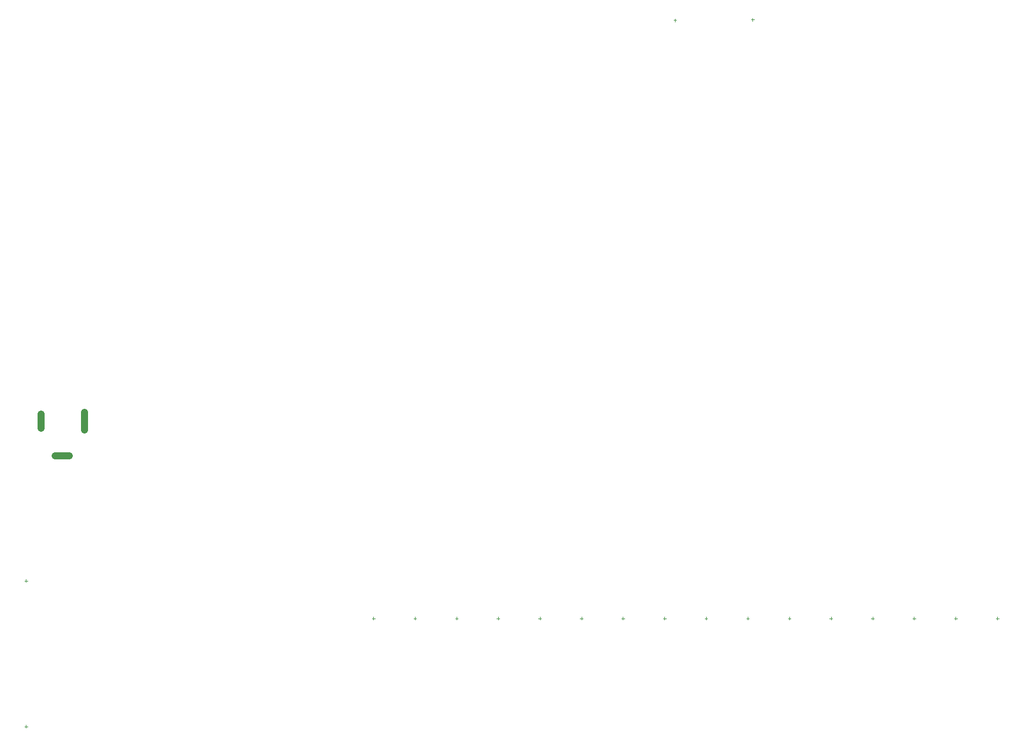
<source format=gm1>
%FSLAX44Y44*%
%MOMM*%
G71*
G01*
G75*
G04 Layer_Color=16711935*
%ADD10R,2.5000X1.2600*%
%ADD11R,2.5000X1.0000*%
%ADD12R,1.3000X1.3000*%
%ADD13R,2.6000X0.9500*%
%ADD14R,1.0000X1.0000*%
G04:AMPARAMS|DCode=15|XSize=1.8mm|YSize=2mm|CornerRadius=0mm|HoleSize=0mm|Usage=FLASHONLY|Rotation=180.000|XOffset=0mm|YOffset=0mm|HoleType=Round|Shape=Octagon|*
%AMOCTAGOND15*
4,1,8,0.4500,-1.0000,-0.4500,-1.0000,-0.9000,-0.5500,-0.9000,0.5500,-0.4500,1.0000,0.4500,1.0000,0.9000,0.5500,0.9000,-0.5500,0.4500,-1.0000,0.0*
%
%ADD15OCTAGOND15*%

%ADD16R,1.8000X2.0000*%
%ADD17O,0.4500X1.8000*%
%ADD18R,1.8000X1.1500*%
%ADD19R,0.9500X1.7000*%
%ADD20R,0.8000X0.8000*%
%ADD21R,1.3500X2.8000*%
%ADD22R,1.2000X2.6000*%
%ADD23R,0.7000X1.8000*%
%ADD24R,0.9500X2.6000*%
%ADD25C,0.3500*%
%ADD26R,1.3500X1.9000*%
%ADD27R,1.4000X2.1000*%
G04:AMPARAMS|DCode=28|XSize=1.5mm|YSize=0.35mm|CornerRadius=0.035mm|HoleSize=0mm|Usage=FLASHONLY|Rotation=0.000|XOffset=0mm|YOffset=0mm|HoleType=Round|Shape=RoundedRectangle|*
%AMROUNDEDRECTD28*
21,1,1.5000,0.2800,0,0,0.0*
21,1,1.4300,0.3500,0,0,0.0*
1,1,0.0700,0.7150,-0.1400*
1,1,0.0700,-0.7150,-0.1400*
1,1,0.0700,-0.7150,0.1400*
1,1,0.0700,0.7150,0.1400*
%
%ADD28ROUNDEDRECTD28*%
G04:AMPARAMS|DCode=29|XSize=1.5mm|YSize=1.2mm|CornerRadius=0.12mm|HoleSize=0mm|Usage=FLASHONLY|Rotation=0.000|XOffset=0mm|YOffset=0mm|HoleType=Round|Shape=RoundedRectangle|*
%AMROUNDEDRECTD29*
21,1,1.5000,0.9600,0,0,0.0*
21,1,1.2600,1.2000,0,0,0.0*
1,1,0.2400,0.6300,-0.4800*
1,1,0.2400,-0.6300,-0.4800*
1,1,0.2400,-0.6300,0.4800*
1,1,0.2400,0.6300,0.4800*
%
%ADD29ROUNDEDRECTD29*%
%ADD30R,0.8500X0.7000*%
%ADD31R,1.1176X0.6096*%
%ADD32R,1.1000X0.6000*%
%ADD33R,1.3000X2.2000*%
%ADD34O,0.5500X1.6000*%
%ADD35R,2.2000X1.2000*%
%ADD36R,2.0000X1.0000*%
%ADD37R,1.9000X1.3500*%
%ADD38C,0.3600*%
%ADD39C,0.1000*%
%ADD40C,0.2540*%
%ADD41C,1.5000*%
%ADD42C,1.5000*%
%ADD43O,4.0000X2.0000*%
%ADD44O,2.0000X4.0000*%
%ADD45O,2.0000X4.5000*%
%ADD46C,1.6000*%
%ADD47R,1.6000X1.6000*%
%ADD48R,1.5000X1.5000*%
G04:AMPARAMS|DCode=49|XSize=2.4mm|YSize=1.6mm|CornerRadius=0.4mm|HoleSize=0mm|Usage=FLASHONLY|Rotation=0.000|XOffset=0mm|YOffset=0mm|HoleType=Round|Shape=RoundedRectangle|*
%AMROUNDEDRECTD49*
21,1,2.4000,0.8000,0,0,0.0*
21,1,1.6000,1.6000,0,0,0.0*
1,1,0.8000,0.8000,-0.4000*
1,1,0.8000,-0.8000,-0.4000*
1,1,0.8000,-0.8000,0.4000*
1,1,0.8000,0.8000,0.4000*
%
%ADD49ROUNDEDRECTD49*%
%ADD50C,1.6900*%
%ADD51R,1.6900X1.6900*%
%ADD52C,4.7600*%
%ADD53R,1.5000X1.5000*%
%ADD54C,0.4000*%
%ADD55C,0.6000*%
%ADD56C,1.0160*%
%ADD57C,1.5080*%
%ADD58C,1.5080*%
%ADD59C,1.4080*%
%ADD60O,2.0080X1.3080*%
%ADD61C,1.5980*%
%ADD62C,3.7680*%
%ADD63C,0.7080*%
%ADD64C,0.2500*%
%ADD65C,0.6000*%
%ADD66C,0.2000*%
%ADD67C,0.0500*%
%ADD68C,0.1500*%
%ADD69R,1.5240X3.8100*%
%ADD70R,2.7040X1.4640*%
%ADD71R,2.7040X1.2040*%
%ADD72R,1.5040X1.5040*%
%ADD73R,2.8040X1.1540*%
%ADD74R,1.2040X1.2040*%
G04:AMPARAMS|DCode=75|XSize=2.004mm|YSize=2.204mm|CornerRadius=0mm|HoleSize=0mm|Usage=FLASHONLY|Rotation=180.000|XOffset=0mm|YOffset=0mm|HoleType=Round|Shape=Octagon|*
%AMOCTAGOND75*
4,1,8,0.5010,-1.1020,-0.5010,-1.1020,-1.0020,-0.6010,-1.0020,0.6010,-0.5010,1.1020,0.5010,1.1020,1.0020,0.6010,1.0020,-0.6010,0.5010,-1.1020,0.0*
%
%ADD75OCTAGOND75*%

%ADD76R,2.0040X2.2040*%
%ADD77O,0.6540X2.0040*%
%ADD78R,2.0040X1.3540*%
%ADD79R,1.1540X1.9040*%
%ADD80R,1.0040X1.0040*%
%ADD81R,1.5540X3.0040*%
%ADD82R,1.4040X2.8040*%
%ADD83R,0.9040X2.0040*%
%ADD84R,1.1540X2.8040*%
%ADD85C,0.5100*%
%ADD86R,1.5540X2.1040*%
%ADD87R,1.6040X2.3040*%
G04:AMPARAMS|DCode=88|XSize=1.704mm|YSize=0.554mm|CornerRadius=0.137mm|HoleSize=0mm|Usage=FLASHONLY|Rotation=0.000|XOffset=0mm|YOffset=0mm|HoleType=Round|Shape=RoundedRectangle|*
%AMROUNDEDRECTD88*
21,1,1.7040,0.2800,0,0,0.0*
21,1,1.4300,0.5540,0,0,0.0*
1,1,0.2740,0.7150,-0.1400*
1,1,0.2740,-0.7150,-0.1400*
1,1,0.2740,-0.7150,0.1400*
1,1,0.2740,0.7150,0.1400*
%
%ADD88ROUNDEDRECTD88*%
G04:AMPARAMS|DCode=89|XSize=1.704mm|YSize=1.404mm|CornerRadius=0.222mm|HoleSize=0mm|Usage=FLASHONLY|Rotation=0.000|XOffset=0mm|YOffset=0mm|HoleType=Round|Shape=RoundedRectangle|*
%AMROUNDEDRECTD89*
21,1,1.7040,0.9600,0,0,0.0*
21,1,1.2600,1.4040,0,0,0.0*
1,1,0.4440,0.6300,-0.4800*
1,1,0.4440,-0.6300,-0.4800*
1,1,0.4440,-0.6300,0.4800*
1,1,0.4440,0.6300,0.4800*
%
%ADD89ROUNDEDRECTD89*%
%ADD90R,1.0540X0.9040*%
%ADD91R,1.3216X0.8136*%
%ADD92R,1.3040X0.8040*%
%ADD93R,1.5040X2.4040*%
%ADD94O,0.7540X1.8040*%
%ADD95R,2.4040X1.4040*%
%ADD96R,2.2040X1.2040*%
%ADD97R,2.1040X1.5540*%
%ADD98C,0.5200*%
%ADD99C,1.7040*%
%ADD100C,1.7040*%
%ADD101O,4.2040X2.2040*%
%ADD102O,2.2040X4.2040*%
%ADD103O,2.2040X4.7040*%
%ADD104C,1.8040*%
%ADD105R,1.8040X1.8040*%
%ADD106R,1.7040X1.7040*%
G04:AMPARAMS|DCode=107|XSize=2.604mm|YSize=1.804mm|CornerRadius=0.502mm|HoleSize=0mm|Usage=FLASHONLY|Rotation=0.000|XOffset=0mm|YOffset=0mm|HoleType=Round|Shape=RoundedRectangle|*
%AMROUNDEDRECTD107*
21,1,2.6040,0.8000,0,0,0.0*
21,1,1.6000,1.8040,0,0,0.0*
1,1,1.0040,0.8000,-0.4000*
1,1,1.0040,-0.8000,-0.4000*
1,1,1.0040,-0.8000,0.4000*
1,1,1.0040,0.8000,0.4000*
%
%ADD107ROUNDEDRECTD107*%
%ADD108C,1.8940*%
%ADD109R,1.8940X1.8940*%
%ADD110C,4.9640*%
%ADD111R,1.7040X1.7040*%
%ADD112C,0.5000*%
%ADD113C,0.7000*%
%ADD114C,1.0000*%
D39*
X1979000Y1136000D02*
X1983000D01*
X1981000Y1134000D02*
Y1138000D01*
X1919000Y1136000D02*
X1923000D01*
X1921000Y1134000D02*
Y1138000D01*
X1859000Y1136000D02*
X1863000D01*
X1861000Y1134000D02*
Y1138000D01*
X1799000Y1136000D02*
X1803000D01*
X1801000Y1134000D02*
Y1138000D01*
X1739000Y1136000D02*
X1743000D01*
X1741000Y1134000D02*
Y1138000D01*
X1679000Y1136000D02*
X1683000D01*
X1681000Y1134000D02*
Y1138000D01*
X1619000Y1136000D02*
X1623000D01*
X1621000Y1134000D02*
Y1138000D01*
X1559000Y1136000D02*
X1563000D01*
X1561000Y1134000D02*
Y1138000D01*
X1499000Y1136000D02*
X1503000D01*
X1501000Y1134000D02*
Y1138000D01*
X1439000Y1136000D02*
X1443000D01*
X1441000Y1134000D02*
Y1138000D01*
X1379000Y1136000D02*
X1383000D01*
X1381000Y1134000D02*
Y1138000D01*
X1319000Y1136000D02*
X1323000D01*
X1321000Y1134000D02*
Y1138000D01*
X1259000Y1136000D02*
X1263000D01*
X1261000Y1134000D02*
Y1138000D01*
X1199000Y1136000D02*
X1203000D01*
X1201000Y1134000D02*
Y1138000D01*
X1139000Y1136000D02*
X1143000D01*
X1141000Y1134000D02*
Y1138000D01*
X1079000Y1136000D02*
X1083000D01*
X1081000Y1134000D02*
Y1138000D01*
X1513999Y1998000D02*
X1518000D01*
X1515999Y1996000D02*
Y2000000D01*
X1626000Y1999000D02*
X1630000D01*
X1628000Y1997000D02*
Y2001000D01*
X578000Y980000D02*
X582000D01*
X580000Y978000D02*
Y982000D01*
X578000Y1190000D02*
X582000D01*
X580000Y1188000D02*
Y1192000D01*
D114*
X664000Y1407500D02*
Y1432500D01*
X622000Y1370000D02*
X642000D01*
X602000Y1410000D02*
Y1430000D01*
M02*

</source>
